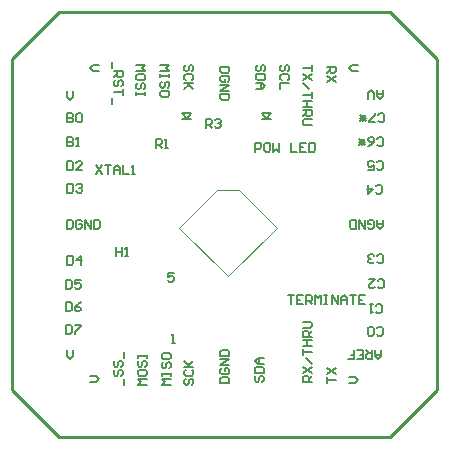
<source format=gto>
%FSLAX24Y24*%
%MOIN*%
G70*
G01*
G75*
%ADD10R,0.0236X0.0315*%
G04:AMPARAMS|DCode=11|XSize=15.7mil|YSize=59.1mil|CornerRadius=0mil|HoleSize=0mil|Usage=FLASHONLY|Rotation=315.000|XOffset=0mil|YOffset=0mil|HoleType=Round|Shape=Rectangle|*
%AMROTATEDRECTD11*
4,1,4,-0.0264,-0.0153,0.0153,0.0264,0.0264,0.0153,-0.0153,-0.0264,-0.0264,-0.0153,0.0*
%
%ADD11ROTATEDRECTD11*%

G04:AMPARAMS|DCode=12|XSize=15.7mil|YSize=59.1mil|CornerRadius=0mil|HoleSize=0mil|Usage=FLASHONLY|Rotation=45.000|XOffset=0mil|YOffset=0mil|HoleType=Round|Shape=Rectangle|*
%AMROTATEDRECTD12*
4,1,4,0.0153,-0.0264,-0.0264,0.0153,-0.0153,0.0264,0.0264,-0.0153,0.0153,-0.0264,0.0*
%
%ADD12ROTATEDRECTD12*%

G04:AMPARAMS|DCode=13|XSize=15.7mil|YSize=59.1mil|CornerRadius=0mil|HoleSize=0mil|Usage=FLASHONLY|Rotation=45.000|XOffset=0mil|YOffset=0mil|HoleType=Round|Shape=Round|*
%AMOVALD13*
21,1,0.0433,0.0157,0.0000,0.0000,135.0*
1,1,0.0157,0.0153,-0.0153*
1,1,0.0157,-0.0153,0.0153*
%
%ADD13OVALD13*%

%ADD14R,0.0450X0.0450*%
%ADD15R,0.0472X0.1457*%
%ADD16C,0.0200*%
%ADD17C,0.0100*%
%ADD18C,0.0150*%
%ADD19R,0.0540X0.0670*%
%ADD20R,0.1080X0.0760*%
%ADD21R,0.1260X0.1080*%
%ADD22R,0.0820X0.1791*%
%ADD23R,0.0394X0.1575*%
%ADD24R,0.0394X0.1181*%
%ADD25R,0.1181X0.1575*%
%ADD26R,0.1575X0.0394*%
%ADD27R,0.1181X0.0394*%
%ADD28R,0.1575X0.1181*%
%ADD29C,0.0625*%
G04:AMPARAMS|DCode=30|XSize=62.5mil|YSize=62.5mil|CornerRadius=0mil|HoleSize=0mil|Usage=FLASHONLY|Rotation=180.000|XOffset=0mil|YOffset=0mil|HoleType=Round|Shape=Octagon|*
%AMOCTAGOND30*
4,1,8,-0.0313,0.0156,-0.0313,-0.0156,-0.0156,-0.0313,0.0156,-0.0313,0.0313,-0.0156,0.0313,0.0156,0.0156,0.0313,-0.0156,0.0313,-0.0313,0.0156,0.0*
%
%ADD30OCTAGOND30*%

%ADD31C,0.0250*%
G04:AMPARAMS|DCode=32|XSize=23.6mil|YSize=31.5mil|CornerRadius=0mil|HoleSize=0mil|Usage=FLASHONLY|Rotation=45.000|XOffset=0mil|YOffset=0mil|HoleType=Round|Shape=Rectangle|*
%AMROTATEDRECTD32*
4,1,4,0.0028,-0.0195,-0.0195,0.0028,-0.0028,0.0195,0.0195,-0.0028,0.0028,-0.0195,0.0*
%
%ADD32ROTATEDRECTD32*%

G04:AMPARAMS|DCode=33|XSize=23.6mil|YSize=31.5mil|CornerRadius=0mil|HoleSize=0mil|Usage=FLASHONLY|Rotation=135.000|XOffset=0mil|YOffset=0mil|HoleType=Round|Shape=Rectangle|*
%AMROTATEDRECTD33*
4,1,4,0.0195,0.0028,-0.0028,-0.0195,-0.0195,-0.0028,0.0028,0.0195,0.0195,0.0028,0.0*
%
%ADD33ROTATEDRECTD33*%

%ADD34R,0.0315X0.0236*%
%ADD35R,0.0310X0.0350*%
%ADD36R,0.0440X0.1070*%
%ADD37C,0.0039*%
%ADD38C,0.0060*%
%ADD39C,0.0075*%
%ADD40C,0.0070*%
D17*
X30713Y33561D02*
X32287Y35136D01*
X30713Y22537D02*
Y33561D01*
Y22537D02*
X32287Y20963D01*
X43311D01*
X44886Y22537D01*
Y33561D01*
X43311Y35136D02*
X44886Y33561D01*
X32287Y35136D02*
X43311D01*
D37*
X37532Y29189D02*
X38275Y29189D01*
X39527Y27937D01*
X37904Y26314D02*
X39527Y27937D01*
X36281D02*
X37904Y26314D01*
X36281Y27937D02*
X37532Y29189D01*
D38*
X39030Y31760D02*
X39330D01*
X39030D02*
X39180Y31560D01*
X39330Y31760D01*
X39030Y31560D02*
X39330D01*
X36380Y31770D02*
X36680D01*
X36380D02*
X36530Y31570D01*
X36680Y31770D01*
X36380Y31570D02*
X36680D01*
D39*
X37160Y31260D02*
Y31560D01*
X37310D01*
X37360Y31510D01*
Y31410D01*
X37310Y31360D01*
X37160D01*
X37260D02*
X37360Y31260D01*
X37460Y31510D02*
X37510Y31560D01*
X37610D01*
X37660Y31510D01*
Y31460D01*
X37610Y31410D01*
X37560D01*
X37610D01*
X37660Y31360D01*
Y31310D01*
X37610Y31260D01*
X37510D01*
X37460Y31310D01*
X34180Y27280D02*
Y26980D01*
Y27130D01*
X34380D01*
Y27280D01*
Y26980D01*
X34480D02*
X34580D01*
X34530D01*
Y27280D01*
X34480Y27230D01*
X36090Y26430D02*
X35890D01*
Y26280D01*
X35990Y26330D01*
X36040D01*
X36090Y26280D01*
Y26180D01*
X36040Y26130D01*
X35940D01*
X35890Y26180D01*
X36030Y24100D02*
X36130D01*
X36080D01*
Y24400D01*
X36030Y24350D01*
D40*
X33500Y30010D02*
X33700Y29710D01*
Y30010D02*
X33500Y29710D01*
X33800Y30010D02*
X34000D01*
X33900D01*
Y29710D01*
X34100D02*
Y29910D01*
X34200Y30010D01*
X34300Y29910D01*
Y29710D01*
Y29860D01*
X34100D01*
X34400Y30010D02*
Y29710D01*
X34600D01*
X34700D02*
X34800D01*
X34750D01*
Y30010D01*
X34700Y29960D01*
X39910Y25680D02*
X40110D01*
X40010D01*
Y25380D01*
X40410Y25680D02*
X40210D01*
Y25380D01*
X40410D01*
X40210Y25530D02*
X40310D01*
X40510Y25380D02*
Y25680D01*
X40660D01*
X40710Y25630D01*
Y25530D01*
X40660Y25480D01*
X40510D01*
X40610D02*
X40710Y25380D01*
X40810D02*
Y25680D01*
X40910Y25580D01*
X41010Y25680D01*
Y25380D01*
X41110Y25680D02*
X41210D01*
X41160D01*
Y25380D01*
X41110D01*
X41210D01*
X41360D02*
Y25680D01*
X41559Y25380D01*
Y25680D01*
X41659Y25380D02*
Y25580D01*
X41759Y25680D01*
X41859Y25580D01*
Y25380D01*
Y25530D01*
X41659D01*
X41959Y25680D02*
X42159D01*
X42059D01*
Y25380D01*
X42459Y25680D02*
X42259D01*
Y25380D01*
X42459D01*
X42259Y25530D02*
X42359D01*
X35490Y30590D02*
Y30890D01*
X35640D01*
X35690Y30840D01*
Y30740D01*
X35640Y30690D01*
X35490D01*
X35590D02*
X35690Y30590D01*
X35790D02*
X35890D01*
X35840D01*
Y30890D01*
X35790Y30840D01*
X38820Y30470D02*
Y30770D01*
X38970D01*
X39020Y30720D01*
Y30620D01*
X38970Y30570D01*
X38820D01*
X39270Y30770D02*
X39170D01*
X39120Y30720D01*
Y30520D01*
X39170Y30470D01*
X39270D01*
X39320Y30520D01*
Y30720D01*
X39270Y30770D01*
X39420D02*
Y30470D01*
X39520Y30570D01*
X39620Y30470D01*
Y30770D01*
X40020D02*
Y30470D01*
X40220D01*
X40519Y30770D02*
X40320D01*
Y30470D01*
X40519D01*
X40320Y30620D02*
X40419D01*
X40619Y30770D02*
Y30470D01*
X40769D01*
X40819Y30520D01*
Y30720D01*
X40769Y30770D01*
X40619D01*
X42250Y33350D02*
X42050D01*
X41950Y33250D01*
X42050Y33150D01*
X42250D01*
X33600Y33350D02*
X33400D01*
X33300Y33250D01*
X33400Y33150D01*
X33600D01*
X41200Y22750D02*
Y22950D01*
Y22850D01*
X41500D01*
X41200Y23050D02*
X41500Y23250D01*
X41200D02*
X41500Y23050D01*
X40700Y22800D02*
X40400D01*
Y22950D01*
X40450Y23000D01*
X40550D01*
X40600Y22950D01*
Y22800D01*
Y22900D02*
X40700Y23000D01*
X40400Y23100D02*
X40700Y23300D01*
X40400D02*
X40700Y23100D01*
Y23400D02*
X40500Y23600D01*
X40400Y23700D02*
Y23900D01*
Y23800D01*
X40700D01*
X40400Y24000D02*
X40700D01*
X40550D01*
Y24200D01*
X40400D01*
X40700D01*
Y24300D02*
X40400D01*
Y24449D01*
X40450Y24499D01*
X40550D01*
X40600Y24449D01*
Y24300D01*
Y24399D02*
X40700Y24499D01*
X40400Y24599D02*
X40650D01*
X40700Y24649D01*
Y24749D01*
X40650Y24799D01*
X40400D01*
X34050Y33450D02*
Y33250D01*
X34100Y33150D02*
X34400D01*
Y33000D01*
X34350Y32950D01*
X34250D01*
X34200Y33000D01*
Y33150D01*
Y33050D02*
X34100Y32950D01*
X34350Y32650D02*
X34400Y32700D01*
Y32800D01*
X34350Y32850D01*
X34300D01*
X34250Y32800D01*
Y32700D01*
X34200Y32650D01*
X34150D01*
X34100Y32700D01*
Y32800D01*
X34150Y32850D01*
X34400Y32550D02*
Y32350D01*
Y32450D01*
X34100D01*
X34050Y32250D02*
Y32050D01*
X41200Y33300D02*
X41500D01*
Y33150D01*
X41450Y33100D01*
X41350D01*
X41300Y33150D01*
Y33300D01*
Y33200D02*
X41200Y33100D01*
X41500Y33000D02*
X41200Y32800D01*
X41500D02*
X41200Y33000D01*
X40700Y33350D02*
Y33150D01*
Y33250D01*
X40400D01*
X40700Y33050D02*
X40400Y32850D01*
X40700D02*
X40400Y33050D01*
Y32750D02*
X40600Y32550D01*
X40700Y32450D02*
Y32250D01*
Y32350D01*
X40400D01*
X40700Y32150D02*
X40400D01*
X40550D01*
Y31950D01*
X40700D01*
X40400D01*
Y31850D02*
X40700D01*
Y31701D01*
X40650Y31651D01*
X40550D01*
X40500Y31701D01*
Y31850D01*
Y31751D02*
X40400Y31651D01*
X40700Y31551D02*
X40450D01*
X40400Y31501D01*
Y31401D01*
X40450Y31351D01*
X40700D01*
X34450Y22700D02*
Y22900D01*
X34150Y23200D02*
X34100Y23150D01*
Y23050D01*
X34150Y23000D01*
X34200D01*
X34250Y23050D01*
Y23150D01*
X34300Y23200D01*
X34350D01*
X34400Y23150D01*
Y23050D01*
X34350Y23000D01*
X34150Y23500D02*
X34100Y23450D01*
Y23350D01*
X34150Y23300D01*
X34200D01*
X34250Y23350D01*
Y23450D01*
X34300Y23500D01*
X34350D01*
X34400Y23450D01*
Y23350D01*
X34350Y23300D01*
X34450Y23600D02*
Y23800D01*
X37950Y33300D02*
X37650D01*
Y33150D01*
X37700Y33100D01*
X37900D01*
X37950Y33150D01*
Y33300D01*
X37900Y32800D02*
X37950Y32850D01*
Y32950D01*
X37900Y33000D01*
X37700D01*
X37650Y32950D01*
Y32850D01*
X37700Y32800D01*
X37800D01*
Y32900D01*
X37650Y32700D02*
X37950D01*
X37650Y32500D01*
X37950D01*
Y32400D02*
X37650D01*
Y32250D01*
X37700Y32200D01*
X37900D01*
X37950Y32250D01*
Y32400D01*
X37650Y22750D02*
X37950D01*
Y22900D01*
X37900Y22950D01*
X37700D01*
X37650Y22900D01*
Y22750D01*
X37700Y23250D02*
X37650Y23200D01*
Y23100D01*
X37700Y23050D01*
X37900D01*
X37950Y23100D01*
Y23200D01*
X37900Y23250D01*
X37800D01*
Y23150D01*
X37950Y23350D02*
X37650D01*
X37950Y23550D01*
X37650D01*
Y23650D02*
X37950D01*
Y23800D01*
X37900Y23850D01*
X37700D01*
X37650Y23800D01*
Y23650D01*
X39900Y33150D02*
X39950Y33200D01*
Y33300D01*
X39900Y33350D01*
X39850D01*
X39800Y33300D01*
Y33200D01*
X39750Y33150D01*
X39700D01*
X39650Y33200D01*
Y33300D01*
X39700Y33350D01*
X39900Y32850D02*
X39950Y32900D01*
Y33000D01*
X39900Y33050D01*
X39700D01*
X39650Y33000D01*
Y32900D01*
X39700Y32850D01*
X39950Y32750D02*
X39650D01*
Y32550D01*
X39100Y33150D02*
X39150Y33200D01*
Y33300D01*
X39100Y33350D01*
X39050D01*
X39000Y33300D01*
Y33200D01*
X38950Y33150D01*
X38900D01*
X38850Y33200D01*
Y33300D01*
X38900Y33350D01*
X39150Y33050D02*
X38850D01*
Y32900D01*
X38900Y32850D01*
X39100D01*
X39150Y32900D01*
Y33050D01*
X38850Y32750D02*
X39050D01*
X39150Y32650D01*
X39050Y32550D01*
X38850D01*
X39000D01*
Y32750D01*
X38850Y23000D02*
X38800Y22950D01*
Y22850D01*
X38850Y22800D01*
X38900D01*
X38950Y22850D01*
Y22950D01*
X39000Y23000D01*
X39050D01*
X39100Y22950D01*
Y22850D01*
X39050Y22800D01*
X38800Y23100D02*
X39100D01*
Y23250D01*
X39050Y23300D01*
X38850D01*
X38800Y23250D01*
Y23100D01*
X39100Y23400D02*
X38900D01*
X38800Y23500D01*
X38900Y23600D01*
X39100D01*
X38950D01*
Y23400D01*
X36700Y33150D02*
X36750Y33200D01*
Y33300D01*
X36700Y33350D01*
X36650D01*
X36600Y33300D01*
Y33200D01*
X36550Y33150D01*
X36500D01*
X36450Y33200D01*
Y33300D01*
X36500Y33350D01*
X36700Y32850D02*
X36750Y32900D01*
Y33000D01*
X36700Y33050D01*
X36500D01*
X36450Y33000D01*
Y32900D01*
X36500Y32850D01*
X36750Y32750D02*
X36450D01*
X36550D01*
X36750Y32550D01*
X36600Y32700D01*
X36450Y32550D01*
X36500Y22900D02*
X36450Y22850D01*
Y22750D01*
X36500Y22700D01*
X36550D01*
X36600Y22750D01*
Y22850D01*
X36650Y22900D01*
X36700D01*
X36750Y22850D01*
Y22750D01*
X36700Y22700D01*
X36500Y23200D02*
X36450Y23150D01*
Y23050D01*
X36500Y23000D01*
X36700D01*
X36750Y23050D01*
Y23150D01*
X36700Y23200D01*
X36450Y23300D02*
X36750D01*
X36650D01*
X36450Y23500D01*
X36600Y23350D01*
X36750Y23500D01*
X35650Y33350D02*
X35950D01*
X35850Y33250D01*
X35950Y33150D01*
X35650D01*
X35950Y33050D02*
Y32950D01*
Y33000D01*
X35650D01*
Y33050D01*
Y32950D01*
X35900Y32600D02*
X35950Y32650D01*
Y32750D01*
X35900Y32800D01*
X35850D01*
X35800Y32750D01*
Y32650D01*
X35750Y32600D01*
X35700D01*
X35650Y32650D01*
Y32750D01*
X35700Y32800D01*
X35950Y32350D02*
Y32450D01*
X35900Y32500D01*
X35700D01*
X35650Y32450D01*
Y32350D01*
X35700Y32300D01*
X35900D01*
X35950Y32350D01*
X36000Y22700D02*
X35700D01*
X35800Y22800D01*
X35700Y22900D01*
X36000D01*
X35700Y23000D02*
Y23100D01*
Y23050D01*
X36000D01*
Y23000D01*
Y23100D01*
X35750Y23450D02*
X35700Y23400D01*
Y23300D01*
X35750Y23250D01*
X35800D01*
X35850Y23300D01*
Y23400D01*
X35900Y23450D01*
X35950D01*
X36000Y23400D01*
Y23300D01*
X35950Y23250D01*
X35700Y23700D02*
Y23600D01*
X35750Y23550D01*
X35950D01*
X36000Y23600D01*
Y23700D01*
X35950Y23750D01*
X35750D01*
X35700Y23700D01*
X34850Y33350D02*
X35150D01*
X35050Y33250D01*
X35150Y33150D01*
X34850D01*
X35150Y32900D02*
Y33000D01*
X35100Y33050D01*
X34900D01*
X34850Y33000D01*
Y32900D01*
X34900Y32850D01*
X35100D01*
X35150Y32900D01*
X35100Y32550D02*
X35150Y32600D01*
Y32700D01*
X35100Y32750D01*
X35050D01*
X35000Y32700D01*
Y32600D01*
X34950Y32550D01*
X34900D01*
X34850Y32600D01*
Y32700D01*
X34900Y32750D01*
X35150Y32450D02*
Y32350D01*
Y32400D01*
X34850D01*
Y32450D01*
Y32350D01*
X35200Y22700D02*
X34900D01*
X35000Y22800D01*
X34900Y22900D01*
X35200D01*
X34900Y23150D02*
Y23050D01*
X34950Y23000D01*
X35150D01*
X35200Y23050D01*
Y23150D01*
X35150Y23200D01*
X34950D01*
X34900Y23150D01*
X34950Y23500D02*
X34900Y23450D01*
Y23350D01*
X34950Y23300D01*
X35000D01*
X35050Y23350D01*
Y23450D01*
X35100Y23500D01*
X35150D01*
X35200Y23450D01*
Y23350D01*
X35150Y23300D01*
X34900Y23600D02*
Y23700D01*
Y23650D01*
X35200D01*
Y23600D01*
Y23700D01*
X32550Y32500D02*
Y32300D01*
X32650Y32200D01*
X32750Y32300D01*
Y32500D01*
X33300Y22800D02*
X33500D01*
X33600Y22900D01*
X33500Y23000D01*
X33300D01*
X43010Y23850D02*
Y23650D01*
X42910Y23550D01*
X42810Y23650D01*
Y23850D01*
Y23700D01*
X43010D01*
X42710Y23850D02*
Y23550D01*
X42560D01*
X42510Y23600D01*
Y23700D01*
X42560Y23750D01*
X42710D01*
X42610D02*
X42510Y23850D01*
X42210Y23550D02*
X42410D01*
Y23850D01*
X42210D01*
X42410Y23700D02*
X42310D01*
X41910Y23550D02*
X42110D01*
Y23700D01*
X42010D01*
X42110D01*
Y23850D01*
X43080Y32530D02*
Y32330D01*
X42980Y32230D01*
X42880Y32330D01*
Y32530D01*
Y32380D01*
X43080D01*
X42780Y32230D02*
Y32430D01*
X42680Y32530D01*
X42580Y32430D01*
Y32230D01*
X42910Y31490D02*
X42960Y31440D01*
X43060D01*
X43110Y31490D01*
Y31690D01*
X43060Y31740D01*
X42960D01*
X42910Y31690D01*
X42810Y31440D02*
X42610D01*
Y31490D01*
X42810Y31690D01*
Y31740D01*
X42510Y31490D02*
X42310Y31690D01*
X42510D02*
X42310Y31490D01*
X42510Y31590D02*
X42310D01*
X42410Y31690D02*
Y31490D01*
X42880Y30700D02*
X42930Y30650D01*
X43030D01*
X43080Y30700D01*
Y30900D01*
X43030Y30950D01*
X42930D01*
X42880Y30900D01*
X42580Y30650D02*
X42680Y30700D01*
X42780Y30800D01*
Y30900D01*
X42730Y30950D01*
X42630D01*
X42580Y30900D01*
Y30850D01*
X42630Y30800D01*
X42780D01*
X42480Y30700D02*
X42280Y30900D01*
X42480D02*
X42280Y30700D01*
X42480Y30800D02*
X42280D01*
X42380Y30900D02*
Y30700D01*
X42860Y29910D02*
X42910Y29860D01*
X43010D01*
X43060Y29910D01*
Y30110D01*
X43010Y30160D01*
X42910D01*
X42860Y30110D01*
X42560Y29860D02*
X42760D01*
Y30010D01*
X42660Y29960D01*
X42610D01*
X42560Y30010D01*
Y30110D01*
X42610Y30160D01*
X42710D01*
X42760Y30110D01*
X42830Y29120D02*
X42880Y29070D01*
X42980D01*
X43030Y29120D01*
Y29320D01*
X42980Y29370D01*
X42880D01*
X42830Y29320D01*
X42580Y29370D02*
Y29070D01*
X42730Y29220D01*
X42530D01*
X43060Y28190D02*
Y27990D01*
X42960Y27890D01*
X42860Y27990D01*
Y28190D01*
Y28040D01*
X43060D01*
X42560Y27940D02*
X42610Y27890D01*
X42710D01*
X42760Y27940D01*
Y28140D01*
X42710Y28190D01*
X42610D01*
X42560Y28140D01*
Y28040D01*
X42660D01*
X42460Y28190D02*
Y27890D01*
X42260Y28190D01*
Y27890D01*
X42160D02*
Y28190D01*
X42010D01*
X41960Y28140D01*
Y27940D01*
X42010Y27890D01*
X42160D01*
X42880Y26800D02*
X42930Y26750D01*
X43030D01*
X43080Y26800D01*
Y27000D01*
X43030Y27050D01*
X42930D01*
X42880Y27000D01*
X42780Y26800D02*
X42730Y26750D01*
X42630D01*
X42580Y26800D01*
Y26850D01*
X42630Y26900D01*
X42680D01*
X42630D01*
X42580Y26950D01*
Y27000D01*
X42630Y27050D01*
X42730D01*
X42780Y27000D01*
X42890Y25970D02*
X42940Y25920D01*
X43040D01*
X43090Y25970D01*
Y26170D01*
X43040Y26220D01*
X42940D01*
X42890Y26170D01*
X42590Y26220D02*
X42790D01*
X42590Y26020D01*
Y25970D01*
X42640Y25920D01*
X42740D01*
X42790Y25970D01*
X32550Y23850D02*
Y23650D01*
X32650Y23550D01*
X32750Y23650D01*
Y23850D01*
X32500Y24700D02*
Y24400D01*
X32650D01*
X32700Y24450D01*
Y24650D01*
X32650Y24700D01*
X32500D01*
X32800D02*
X33000D01*
Y24650D01*
X32800Y24450D01*
Y24400D01*
X32500Y25450D02*
Y25150D01*
X32650D01*
X32700Y25200D01*
Y25400D01*
X32650Y25450D01*
X32500D01*
X33000D02*
X32900Y25400D01*
X32800Y25300D01*
Y25200D01*
X32850Y25150D01*
X32950D01*
X33000Y25200D01*
Y25250D01*
X32950Y25300D01*
X32800D01*
X32500Y26200D02*
Y25900D01*
X32650D01*
X32700Y25950D01*
Y26150D01*
X32650Y26200D01*
X32500D01*
X33000D02*
X32800D01*
Y26050D01*
X32900Y26100D01*
X32950D01*
X33000Y26050D01*
Y25950D01*
X32950Y25900D01*
X32850D01*
X32800Y25950D01*
X32550Y27000D02*
Y26700D01*
X32700D01*
X32750Y26750D01*
Y26950D01*
X32700Y27000D01*
X32550D01*
X33000Y26700D02*
Y27000D01*
X32850Y26850D01*
X33050D01*
X32530Y28190D02*
Y27890D01*
X32680D01*
X32730Y27940D01*
Y28140D01*
X32680Y28190D01*
X32530D01*
X33030Y28140D02*
X32980Y28190D01*
X32880D01*
X32830Y28140D01*
Y27940D01*
X32880Y27890D01*
X32980D01*
X33030Y27940D01*
Y28040D01*
X32930D01*
X33130Y27890D02*
Y28190D01*
X33330Y27890D01*
Y28190D01*
X33430D02*
Y27890D01*
X33580D01*
X33630Y27940D01*
Y28140D01*
X33580Y28190D01*
X33430D01*
X32550Y29400D02*
Y29100D01*
X32700D01*
X32750Y29150D01*
Y29350D01*
X32700Y29400D01*
X32550D01*
X32850Y29350D02*
X32900Y29400D01*
X33000D01*
X33050Y29350D01*
Y29300D01*
X33000Y29250D01*
X32950D01*
X33000D01*
X33050Y29200D01*
Y29150D01*
X33000Y29100D01*
X32900D01*
X32850Y29150D01*
X32550Y30150D02*
Y29850D01*
X32700D01*
X32750Y29900D01*
Y30100D01*
X32700Y30150D01*
X32550D01*
X33050Y29850D02*
X32850D01*
X33050Y30050D01*
Y30100D01*
X33000Y30150D01*
X32900D01*
X32850Y30100D01*
X32550Y30950D02*
Y30650D01*
X32700D01*
X32750Y30700D01*
Y30750D01*
X32700Y30800D01*
X32550D01*
X32700D01*
X32750Y30850D01*
Y30900D01*
X32700Y30950D01*
X32550D01*
X32850Y30650D02*
X32950D01*
X32900D01*
Y30950D01*
X32850Y30900D01*
X42830Y25130D02*
X42880Y25080D01*
X42980D01*
X43030Y25130D01*
Y25330D01*
X42980Y25380D01*
X42880D01*
X42830Y25330D01*
X42730Y25380D02*
X42630D01*
X42680D01*
Y25080D01*
X42730Y25130D01*
X42860Y24380D02*
X42910Y24330D01*
X43010D01*
X43060Y24380D01*
Y24580D01*
X43010Y24630D01*
X42910D01*
X42860Y24580D01*
X42760Y24380D02*
X42710Y24330D01*
X42610D01*
X42560Y24380D01*
Y24580D01*
X42610Y24630D01*
X42710D01*
X42760Y24580D01*
Y24380D01*
X32550Y31750D02*
Y31450D01*
X32700D01*
X32750Y31500D01*
Y31550D01*
X32700Y31600D01*
X32550D01*
X32700D01*
X32750Y31650D01*
Y31700D01*
X32700Y31750D01*
X32550D01*
X32850Y31700D02*
X32900Y31750D01*
X33000D01*
X33050Y31700D01*
Y31500D01*
X33000Y31450D01*
X32900D01*
X32850Y31500D01*
Y31700D01*
X41950Y22750D02*
X42150D01*
X42250Y22850D01*
X42150Y22950D01*
X41950D01*
M02*

</source>
